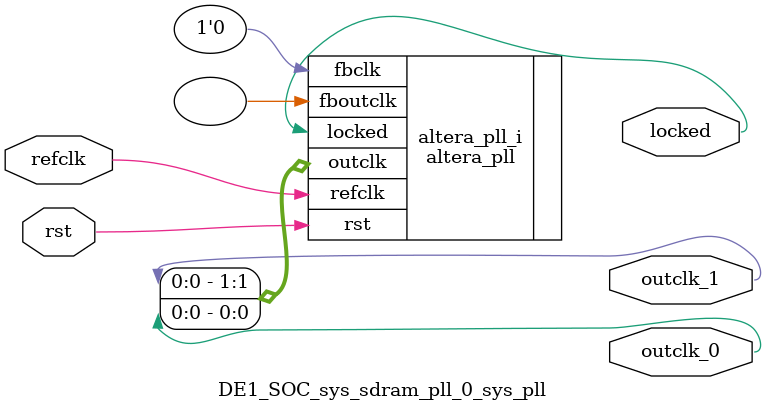
<source format=v>
`timescale 1ns/10ps
module  DE1_SOC_sys_sdram_pll_0_sys_pll(

	// interface 'refclk'
	input wire refclk,

	// interface 'reset'
	input wire rst,

	// interface 'outclk0'
	output wire outclk_0,

	// interface 'outclk1'
	output wire outclk_1,

	// interface 'locked'
	output wire locked
);

	altera_pll #(
		.fractional_vco_multiplier("false"),
		.reference_clock_frequency("50.0 MHz"),
		.operation_mode("direct"),
		.number_of_clocks(2),
		.output_clock_frequency0("50.000000 MHz"),
		.phase_shift0("0 ps"),
		.duty_cycle0(50),
		.output_clock_frequency1("50.000000 MHz"),
		.phase_shift1("-3000 ps"),
		.duty_cycle1(50),
		.output_clock_frequency2("0 MHz"),
		.phase_shift2("0 ps"),
		.duty_cycle2(50),
		.output_clock_frequency3("0 MHz"),
		.phase_shift3("0 ps"),
		.duty_cycle3(50),
		.output_clock_frequency4("0 MHz"),
		.phase_shift4("0 ps"),
		.duty_cycle4(50),
		.output_clock_frequency5("0 MHz"),
		.phase_shift5("0 ps"),
		.duty_cycle5(50),
		.output_clock_frequency6("0 MHz"),
		.phase_shift6("0 ps"),
		.duty_cycle6(50),
		.output_clock_frequency7("0 MHz"),
		.phase_shift7("0 ps"),
		.duty_cycle7(50),
		.output_clock_frequency8("0 MHz"),
		.phase_shift8("0 ps"),
		.duty_cycle8(50),
		.output_clock_frequency9("0 MHz"),
		.phase_shift9("0 ps"),
		.duty_cycle9(50),
		.output_clock_frequency10("0 MHz"),
		.phase_shift10("0 ps"),
		.duty_cycle10(50),
		.output_clock_frequency11("0 MHz"),
		.phase_shift11("0 ps"),
		.duty_cycle11(50),
		.output_clock_frequency12("0 MHz"),
		.phase_shift12("0 ps"),
		.duty_cycle12(50),
		.output_clock_frequency13("0 MHz"),
		.phase_shift13("0 ps"),
		.duty_cycle13(50),
		.output_clock_frequency14("0 MHz"),
		.phase_shift14("0 ps"),
		.duty_cycle14(50),
		.output_clock_frequency15("0 MHz"),
		.phase_shift15("0 ps"),
		.duty_cycle15(50),
		.output_clock_frequency16("0 MHz"),
		.phase_shift16("0 ps"),
		.duty_cycle16(50),
		.output_clock_frequency17("0 MHz"),
		.phase_shift17("0 ps"),
		.duty_cycle17(50),
		.pll_type("General"),
		.pll_subtype("General")
	) altera_pll_i (
		.rst	(rst),
		.outclk	({outclk_1, outclk_0}),
		.locked	(locked),
		.fboutclk	( ),
		.fbclk	(1'b0),
		.refclk	(refclk)
	);
endmodule


</source>
